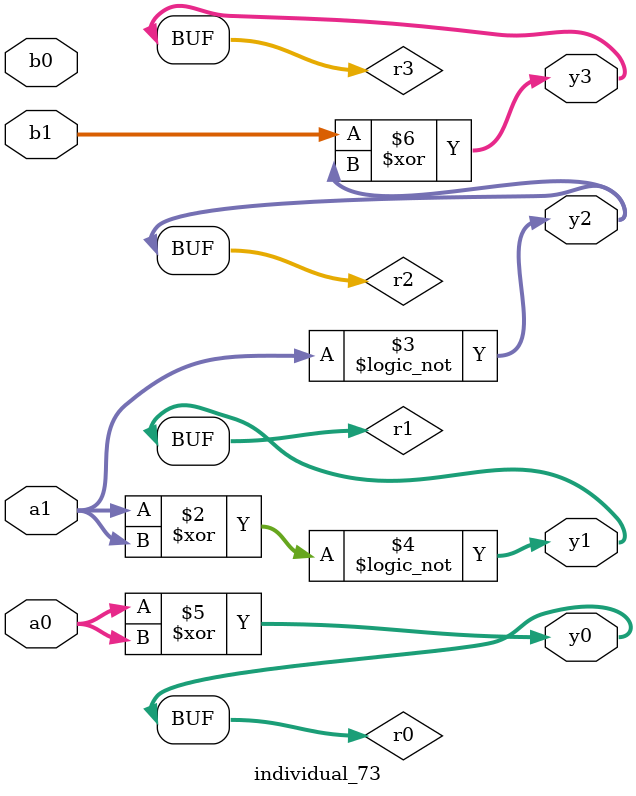
<source format=sv>
module individual_73(input logic [15:0] a1, input logic [15:0] a0, input logic [15:0] b1, input logic [15:0] b0, output logic [15:0] y3, output logic [15:0] y2, output logic [15:0] y1, output logic [15:0] y0);
logic [15:0] r0, r1, r2, r3; 
 always@(*) begin 
	 r0 = a0; r1 = a1; r2 = b0; r3 = b1; 
 	 r1  ^=  a1 ;
 	 r2 = ! a1 ;
 	 r1 = ! r1 ;
 	 r0  ^=  a0 ;
 	 r3  ^=  r2 ;
 	 y3 = r3; y2 = r2; y1 = r1; y0 = r0; 
end
endmodule
</source>
